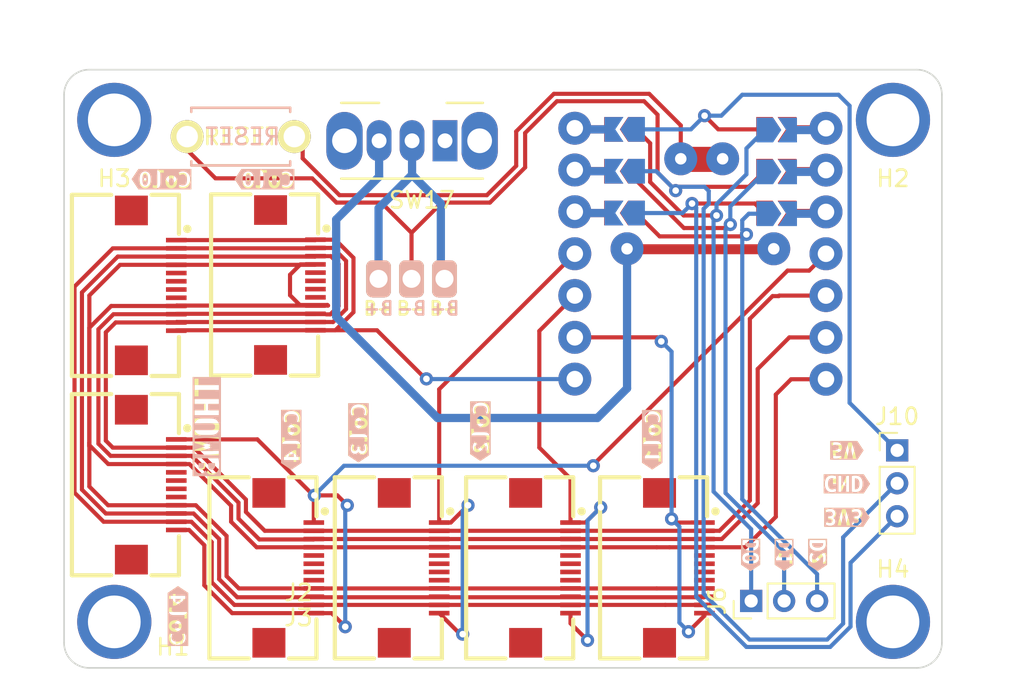
<source format=kicad_pcb>
(kicad_pcb (version 20221018) (generator pcbnew)
  (layers (0 "F.Cu" signal) (31 "B.Cu" signal) (34 "B.Paste" user) (35 "F.Paste" user) (36 "B.SilkS" user "B.Silkscreen") (37 "F.SilkS" user "F.Silkscreen") (38 "B.Mask" user) (39 "F.Mask" user) (44 "Edge.Cuts" user))
  (net 0 "")
  (net 1 "col2")
  (net 2 "row_0")
  (net 3 "row_1")
  (net 4 "row_2")
  (net 5 "col3")
  (net 6 "col0")
  (net 7 "col1")
  (net 8 "col4")
  (net 9 "D0")
  (net 10 "D1")
  (net 11 "D2")
  (net 12 "BAT+")
  (net 13 "GND")
  (net 14 "RST")
  (net 16 "+5V")
  (net 17 "+3V3")
  (net 18 "Pogo_BAT+")
  (footprint "Alaa:FPC-SMD_FPC05012-09200-.5mm-rev" (layer "F.Cu") (at 128.931 65.3 -90)
    (fp_text reference "J11" hide)
    (fp_text value "Conn_01x12_Socket" hide)
  )
  (footprint "Alaa:FPC-SMD_FPC05012-09200-.5mm-rev" (layer "F.Cu") (at 105.331 48.125 -90)
    (fp_text reference "J16" hide)
    (fp_text value "Conn_01x12_Socket" hide)
  )
  (footprint "kibuzzard-6399CBD2" (layer "F.Cu") (at 109.3 57.1 -90)
    (fp_text reference "kibuzzard-6399CBD2" hide)
    (fp_text value "G***" hide)
  )
  (footprint "kibuzzard-6399CBDB" (layer "F.Cu") (at 105.225 57.525 -90)
    (fp_text reference "kibuzzard-6399CBDB" hide)
    (fp_text value "G***" hide)
  )
  (footprint "kibuzzard-6399CBC9" (layer "F.Cu") (at 116.7 57 -90)
    (fp_text reference "kibuzzard-6399CBC9" hide)
    (fp_text value "G***" hide)
  )
  (footprint "Alaa:MountingHole_M3" (layer "F.Cu") (at 141.732 68.58)
    (fp_text reference "H4")
    (fp_text value "MountingHole_Pad")
  )
  (footprint "kibuzzard-6399DE15" (layer "F.Cu") (at 138.938 60.198)
    (fp_text reference "kibuzzard-6399DE15" hide)
    (fp_text value "G***" hide)
  )
  (footprint "kibuzzard-6399CC4D" (layer "F.Cu") (at 100.1 56.725 -90)
    (fp_text reference "kibuzzard-6399CC4D" hide)
    (fp_text value "G***" hide)
  )
  (footprint "Alaa:MountingHole_M3" (layer "F.Cu") (at 94.488 38.1)
    (fp_text reference "H3")
    (fp_text value "MountingHole_Pad")
  )
  (footprint "kibuzzard-6399CB9D" (layer "F.Cu") (at 97.35 41.7 180)
    (fp_text reference "kibuzzard-6399CB9D" hide)
    (fp_text value "G***" hide)
  )
  (footprint "Connector_PinHeader_2.00mm:PinHeader_1x03_P2.00mm_Vertical" (layer "F.Cu") (at 141.986 58.166)
    (fp_text reference "J10")
    (fp_text value "Conn_01x03_Female")
  )
  (footprint "Alaa:FPC-SMD_FPC05012-09200-.5mm-rev" (layer "F.Cu") (at 96.887 60.25 -90)
    (fp_text reference "J17" hide)
    (fp_text value "Conn_01x12_Socket" hide)
  )
  (footprint "Alaa:SW_CuK_OS102011MA1QN1_SPDT_Angled" (layer "F.Cu") (at 114.554 39.37 180)
    (fp_text reference "SW17")
    (fp_text value "SW_SPDT")
  )
  (footprint "Alaa:FPC-SMD_FPC05012-09200-.5mm-rev" (layer "F.Cu") (at 112.838 65.3 -90)
    (fp_text reference "J13" hide)
    (fp_text value "Conn_01x12_Socket" hide)
  )
  (footprint "Connector_PinHeader_2.00mm:PinHeader_1x03_P2.00mm_Vertical" (layer "F.Cu") (at 133.128 67.31 90)
    (fp_text reference "J6")
    (fp_text value "Conn_01x03_Female")
  )
  (footprint "kibuzzard-6399CBDB" (layer "F.Cu") (at 98.35 68.225 90)
    (fp_text reference "kibuzzard-6399CBDB" hide)
    (fp_text value "G***" hide)
  )
  (footprint "kibuzzard-6399DE28" (layer "F.Cu") (at 138.938 58.166)
    (fp_text reference "kibuzzard-6399DE28" hide)
    (fp_text value "G***" hide)
  )
  (footprint "kibuzzard-6399DE00" (layer "F.Cu") (at 138.938 62.23)
    (fp_text reference "kibuzzard-6399DE00" hide)
    (fp_text value "G***" hide)
  )
  (footprint "kibuzzard-6399C9C8" (layer "F.Cu") (at 135.128 64.516 -90)
    (fp_text reference "kibuzzard-6399C9C8" hide)
    (fp_text value "G***" hide)
  )
  (footprint "Alaa:ResetSW" (layer "F.Cu") (at 102.16 39.116)
    (fp_text reference "SW16" hide)
    (fp_text value "SW_Push")
  )
  (footprint "kibuzzard-6399CB9D" (layer "F.Cu") (at 103.6 41.7 180)
    (fp_text reference "kibuzzard-6399CB9D" hide)
    (fp_text value "G***" hide)
  )
  (footprint "Alaa:3JST_BAT" (layer "F.Cu") (at 112.522 47.752)
    (fp_text reference "J7" hide)
    (fp_text value "Conn_01x08_Female" hide)
  )
  (footprint "Alaa:FPC-SMD_FPC05012-09200-.5mm-rev" (layer "F.Cu") (at 96.887 48.15 -90)
    (fp_text reference "J15" hide)
    (fp_text value "Conn_01x12_Socket" hide)
  )
  (footprint "Alaa:MountingHole_M3" (layer "F.Cu") (at 94.488 68.58)
    (fp_text reference "H1")
    (fp_text value "MountingHole_Pad")
  )
  (footprint "kibuzzard-6399C9D6" (layer "F.Cu") (at 137.16 64.516 -90)
    (fp_text reference "kibuzzard-6399C9D6" hide)
    (fp_text value "G***" hide)
  )
  (footprint "kibuzzard-6399CBBA" (layer "F.Cu") (at 127.125 57.525 -90)
    (fp_text reference "kibuzzard-6399CBBA" hide)
    (fp_text value "G***" hide)
  )
  (footprint "Alaa:FPC-SMD_FPC05012-09200-.5mm-rev" (layer "F.Cu") (at 105.231 65.3 -90)
    (fp_text reference "J14" hide)
    (fp_text value "Conn_01x12_Socket" hide)
  )
  (footprint "Alaa:SeeeduinoXIAO-2.54-21X17.8MM" (layer "F.Cu") (at 130.048 46.228)
    (fp_text reference "U1" hide)
    (fp_text value "SeeeduinoXIAO_BLE" hide)
  )
  (footprint "Alaa:FPC-SMD_FPC05012-09200-.5mm-rev" (layer "F.Cu") (at 120.806 65.3 -90)
    (fp_text reference "J12" hide)
    (fp_text value "Conn_01x12_Socket" hide)
  )
  (footprint "Alaa:MountingHole_M3" (layer "F.Cu") (at 141.732 38.1)
    (fp_text reference "H2")
    (fp_text value "MountingHole_Pad")
  )
  (footprint "kibuzzard-6399C9B4" (layer "F.Cu") (at 133.096 64.516 -90)
    (fp_text reference "kibuzzard-6399C9B4" hide)
    (fp_text value "G***" hide)
  )
  (footprint "kibuzzard-6399CBDB" (layer "B.Cu") (at 98.35 68.225 90)
    (fp_text reference "kibuzzard-6399CBDB" hide)
    (fp_text value "G***" hide)
  )
  (footprint "kibuzzard-6399C9D6" (layer "B.Cu") (at 137.16 64.516 -90)
    (fp_text reference "kibuzzard-6399C9D6" hide)
    (fp_text value "G***" hide)
  )
  (footprint "kibuzzard-6399C9C8" (layer "B.Cu") (at 135.128 64.516 -90)
    (fp_text reference "kibuzzard-6399C9C8" hide)
    (fp_text value "G***" hide)
  )
  (footprint "kibuzzard-6399CBBA" (layer "B.Cu") (at 127.125 57.525 -90)
    (fp_text reference "kibuzzard-6399CBBA" hide)
    (fp_text value "G***" hide)
  )
  (footprint "kibuzzard-6399DE15" (layer "B.Cu") (at 138.938 60.198)
    (fp_text reference "kibuzzard-6399DE15" hide)
    (fp_text value "G***" hide)
  )
  (footprint "kibuzzard-6399DE28" (layer "B.Cu") (at 138.938 58.166)
    (fp_text reference "kibuzzard-6399DE28" hide)
    (fp_text value "G***" hide)
  )
  (footprint "kibuzzard-6399CBD2" (layer "B.Cu") (at 109.3 57.1 -90)
    (fp_text reference "kibuzzard-6399CBD2" hide)
    (fp_text value "G***" hide)
  )
  (footprint "kibuzzard-6399CBDB" (layer "B.Cu") (at 105.225 57.525 -90)
    (fp_text reference "kibuzzard-6399CBDB" hide)
    (fp_text value "G***" hide)
  )
  (footprint "kibuzzard-6399CC4D" (layer "B.Cu") (at 100.1 56.725 -90)
    (fp_text reference "kibuzzard-6399CC4D" hide)
    (fp_text value "G***" hide)
  )
  (footprint "kibuzzard-6399DE00" (layer "B.Cu") (at 138.938 62.23)
    (fp_text reference "kibuzzard-6399DE00" hide)
    (fp_text value "G***" hide)
  )
  (footprint "kibuzzard-6399CBC9" (layer "B.Cu") (at 116.7 57 -90)
    (fp_text reference "kibuzzard-6399CBC9" hide)
    (fp_text value "G***" hide)
  )
  (footprint "kibuzzard-6399C9B4" (layer "B.Cu") (at 133.096 64.516 -90)
    (fp_text reference "kibuzzard-6399C9B4" hide)
    (fp_text value "G***" hide)
  )
  (footprint "kibuzzard-6399CB9D" (layer "B.Cu") (at 103.6 41.7 180)
    (fp_text reference "kibuzzard-6399CB9D" hide)
    (fp_text value "G***" hide)
  )
  (footprint "kibuzzard-6399CB9D" (layer "B.Cu") (at 97.35 41.7 180)
    (fp_text reference "kibuzzard-6399CB9D" hide)
    (fp_text value "G***" hide)
  )
  (gr_arc (start 91.44 36.576) (mid 91.886369 35.498369) (end 92.964 35.052) (stroke (width 0.1)) (layer "Edge.Cuts"))
  (gr_line (start 143.176 71.374) (end 92.964 71.374) (stroke (width 0.1)) (layer "Edge.Cuts"))
  (gr_line (start 144.7 36.576) (end 144.7 69.85) (stroke (width 0.1)) (layer "Edge.Cuts"))
  (gr_arc (start 92.964 71.374) (mid 91.886369 70.927631) (end 91.44 69.85) (stroke (width 0.1)) (layer "Edge.Cuts"))
  (gr_arc (start 144.7 69.85) (mid 144.253631 70.927631) (end 143.176 71.374) (stroke (width 0.1)) (layer "Edge.Cuts"))
  (gr_line (start 92.964 35.052) (end 143.176 35.052) (stroke (width 0.1)) (layer "Edge.Cuts"))
  (gr_line (start 91.44 69.85) (end 91.44 36.576) (stroke (width 0.1)) (layer "Edge.Cuts"))
  (gr_arc (start 143.176 35.052) (mid 144.253631 35.498369) (end 144.7 36.576) (stroke (width 0.1)) (layer "Edge.Cuts"))
  (gr_text "J2" (at 105.664 66.802) (layer "F.SilkS") (effects (font (size 1 1))))
  (gr_text "J3" (at 105.664 68.326) (layer "F.SilkS") (effects (font (size 1 1))))
  (segment (start 122.428 48.765032) (end 120.275 50.918032) (width 0.25) (layer "F.Cu") (net 1))
  (segment (start 122.168 62.55) (end 123.075 62.55) (width 0.25) (layer "F.Cu") (net 1))
  (segment (start 123.075 62.55) (end 124 61.625) (width 0.25) (layer "F.Cu") (net 1))
  (segment (start 120.275 50.918032) (end 120.275 58) (width 0.25) (layer "F.Cu") (net 1))
  (segment (start 122.168 68.668) (end 123.2 69.7) (width 0.25) (layer "F.Cu") (net 1))
  (segment (start 120.275 58) (end 122.168 59.893) (width 0.25) (layer "F.Cu") (net 1))
  (segment (start 122.168 59.893) (end 122.168 62.55) (width 0.25) (layer "F.Cu") (net 1))
  (segment (start 122.168 68.05) (end 122.168 68.668) (width 0.25) (layer "F.Cu") (net 1))
  (via (at 123.2 69.7) (size 0.8) (drill 0.4) (layers "F.Cu" "B.Cu") (net 1))
  (via (at 124 61.625) (size 0.8) (drill 0.4) (layers "F.Cu" "B.Cu") (net 1))
  (segment (start 123.2 69.7) (end 123.2 62.425) (width 0.25) (layer "B.Cu") (net 1))
  (segment (start 123.2 62.425) (end 124 61.625) (width 0.25) (layer "B.Cu") (net 1))
  (segment (start 98.249 50.4) (end 94.572792 50.4) (width 0.25) (layer "F.Cu") (net 2))
  (segment (start 99.164 62.5) (end 98.249 62.5) (width 0.25) (layer "F.Cu") (net 2))
  (segment (start 127.925 67.55) (end 130.293 67.55) (width 0.25) (layer "F.Cu") (net 2))
  (segment (start 100.4 66.175) (end 100.4 63.736) (width 0.25) (layer "F.Cu") (net 2))
  (segment (start 107.764396 50.375) (end 106.693 50.375) (width 0.25) (layer "F.Cu") (net 2))
  (segment (start 131.208 63.05) (end 133.05 61.208) (width 0.25) (layer "F.Cu") (net 2))
  (segment (start 101.775 67.55) (end 100.4 66.175) (width 0.25) (layer "F.Cu") (net 2))
  (segment (start 100.4 63.736) (end 99.164 62.5) (width 0.25) (layer "F.Cu") (net 2))
  (segment (start 98.249 45.9) (end 94.4 45.9) (width 0.25) (layer "F.Cu") (net 2))
  (segment (start 134.83091 48.76909) (end 137.668 48.76909) (width 0.25) (layer "F.Cu") (net 2))
  (segment (start 106.693 45.875) (end 107.761396 45.875) (width 0.25) (layer "F.Cu") (net 2))
  (segment (start 134.8 48.8) (end 134.83091 48.76909) (width 0.25) (layer "F.Cu") (net 2))
  (segment (start 108.55 49.589396) (end 107.764396 50.375) (width 0.25) (layer "F.Cu") (net 2))
  (segment (start 93.838604 62.5) (end 98.249 62.5) (width 0.25) (layer "F.Cu") (net 2))
  (segment (start 133.05 61.208) (end 133.05 50.175) (width 0.25) (layer "F.Cu") (net 2))
  (segment (start 134.425 48.8) (end 134.8 48.8) (width 0.25) (layer "F.Cu") (net 2))
  (segment (start 98.274 50.375) (end 98.249 50.4) (width 0.25) (layer "F.Cu") (net 2))
  (segment (start 94.4 45.9) (end 92.075 48.225) (width 0.25) (layer "F.Cu") (net 2))
  (segment (start 98.249 45.9) (end 106.668 45.9) (width 0.25) (layer "F.Cu") (net 2))
  (segment (start 92.075 48.225) (end 92.075 60.736396) (width 0.25) (layer "F.Cu") (net 2))
  (segment (start 94.572792 50.4) (end 93.975 50.997792) (width 0.25) (layer "F.Cu") (net 2))
  (segment (start 92.075 60.736396) (end 93.838604 62.5) (width 0.25) (layer "F.Cu") (net 2))
  (segment (start 99.321396 58) (end 98.249 58) (width 0.25) (layer "F.Cu") (net 2))
  (segment (start 133.05 50.175) (end 134.425 48.8) (width 0.25) (layer "F.Cu") (net 2))
  (segment (start 93.975 50.997792) (end 93.975 57.577208) (width 0.25) (layer "F.Cu") (net 2))
  (segment (start 108.55 46.663604) (end 108.55 49.589396) (width 0.25) (layer "F.Cu") (net 2))
  (segment (start 103.619 63.05) (end 102.475 61.906) (width 0.25) (layer "F.Cu") (net 2))
  (segment (start 94.397792 58) (end 98.249 58) (width 0.25) (layer "F.Cu") (net 2))
  (segment (start 106.668 45.9) (end 106.693 45.875) (width 0.25) (layer "F.Cu") (net 2))
  (segment (start 102.475 61.906) (end 102.475 61.153604) (width 0.25) (layer "F.Cu") (net 2))
  (segment (start 127.925 67.55) (end 101.775 67.55) (width 0.25) (layer "F.Cu") (net 2))
  (segment (start 102.475 61.153604) (end 99.321396 58) (width 0.25) (layer "F.Cu") (net 2))
  (segment (start 131.208 63.05) (end 130.293 63.05) (width 0.25) (layer "F.Cu") (net 2))
  (segment (start 93.975 57.577208) (end 94.397792 58) (width 0.25) (layer "F.Cu") (net 2))
  (segment (start 107.761396 45.875) (end 108.55 46.663604) (width 0.25) (layer "F.Cu") (net 2))
  (segment (start 122.168 63.05) (end 106.593 63.05) (width 0.25) (layer "F.Cu") (net 2))
  (segment (start 106.693 50.375) (end 98.274 50.375) (width 0.25) (layer "F.Cu") (net 2))
  (segment (start 130.293 63.05) (end 122.168 63.05) (width 0.25) (layer "F.Cu") (net 2))
  (segment (start 106.593 63.05) (end 103.619 63.05) (width 0.25) (layer "F.Cu") (net 2))
  (segment (start 108.1 46.85) (end 108.1 49.403) (width 0.25) (layer "F.Cu") (net 3))
  (segment (start 103.286396 63.575) (end 102.025 62.313604) (width 0.25) (layer "F.Cu") (net 3))
  (segment (start 94.261396 58.5) (end 98.249 58.5) (width 0.25) (layer "F.Cu") (net 3))
  (segment (start 106.668 46.4) (end 106.693 46.375) (width 0.25) (layer "F.Cu") (net 3))
  (segment (start 92.525 60.55) (end 92.525 48.575) (width 0.25) (layer "F.Cu") (net 3))
  (segment (start 93.525 50.811396) (end 93.525 57.763604) (width 0.25) (layer "F.Cu") (net 3))
  (segment (start 94.7 46.4) (end 98.249 46.4) (width 0.25) (layer "F.Cu") (net 3))
  (segment (start 102.025 62.313604) (end 102.025 61.34) (width 0.25) (layer "F.Cu") (net 3))
  (segment (start 106.693 46.375) (end 107.625 46.375) (width 0.25) (layer "F.Cu") (net 3))
  (segment (start 93.975 62) (end 92.525 60.55) (width 0.25) (layer "F.Cu") (net 3))
  (segment (start 135.44091 51.30909) (end 137.668 51.30909) (width 0.25) (layer "F.Cu") (net 3))
  (segment (start 98.249 62) (end 93.975 62) (width 0.25) (layer "F.Cu") (net 3))
  (segment (start 98.249 49.9) (end 94.436396 49.9) (width 0.25) (layer "F.Cu") (net 3))
  (segment (start 94.436396 49.9) (end 93.525 50.811396) (width 0.25) (layer "F.Cu") (net 3))
  (segment (start 106.568 63.575) (end 103.286396 63.575) (width 0.25) (layer "F.Cu") (net 3))
  (segment (start 133.525 61.369396) (end 133.525 53.225) (width 0.25) (layer "F.Cu") (net 3))
  (segment (start 130.258 67.085) (end 101.946396 67.085) (width 0.25) (layer "F.Cu") (net 3))
  (segment (start 100.85 63.549604) (end 99.300396 62) (width 0.25) (layer "F.Cu") (net 3))
  (segment (start 92.525 48.575) (end 94.7 46.4) (width 0.25) (layer "F.Cu") (net 3))
  (segment (start 106.593 63.55) (end 106.568 63.575) (width 0.25) (layer "F.Cu") (net 3))
  (segment (start 99.300396 62) (end 98.249 62) (width 0.25) (layer "F.Cu") (net 3))
  (segment (start 130.293 67.05) (end 130.258 67.085) (width 0.25) (layer "F.Cu") (net 3))
  (segment (start 101.946396 67.085) (end 100.85 65.988604) (width 0.25) (layer "F.Cu") (net 3))
  (segment (start 107.625 46.375) (end 108.1 46.85) (width 0.25) (layer "F.Cu") (net 3))
  (segment (start 98.274 49.875) (end 98.249 49.9) (width 0.25) (layer "F.Cu") (net 3))
  (segment (start 102.025 61.34) (end 99.185 58.5) (width 0.25) (layer "F.Cu") (net 3))
  (segment (start 107.593 49.91) (end 107.35 49.91) (width 0.25) (layer "F.Cu") (net 3))
  (segment (start 130.293 63.55) (end 122.168 63.55) (width 0.25) (layer "F.Cu") (net 3))
  (segment (start 100.85 65.988604) (end 100.85 63.549604) (width 0.25) (layer "F.Cu") (net 3))
  (segment (start 122.168 63.55) (end 106.593 63.55) (width 0.25) (layer "F.Cu") (net 3))
  (segment (start 130.293 63.55) (end 131.344396 63.55) (width 0.25) (layer "F.Cu") (net 3))
  (segment (start 106.693 49.875) (end 98.274 49.875) (width 0.25) (layer "F.Cu") (net 3))
  (segment (start 133.525 53.225) (end 135.44091 51.30909) (width 0.25) (layer "F.Cu") (net 3))
  (segment (start 98.249 46.4) (end 106.668 46.4) (width 0.25) (layer "F.Cu") (net 3))
  (segment (start 131.344396 63.55) (end 133.525 61.369396) (width 0.25) (layer "F.Cu") (net 3))
  (segment (start 99.185 58.5) (end 98.249 58.5) (width 0.25) (layer "F.Cu") (net 3))
  (segment (start 108.1 49.403) (end 107.593 49.91) (width 0.25) (layer "F.Cu") (net 3))
  (segment (start 93.525 57.763604) (end 94.261396 58.5) (width 0.25) (layer "F.Cu") (net 3))
  (segment (start 107.456604 49.375) (end 106.693 49.375) (width 0.25) (layer "F.Cu") (net 4))
  (segment (start 92.975 57.7) (end 92.975 57.85) (width 0.25) (layer "F.Cu") (net 4))
  (segment (start 106.668 46.9) (end 106.693 46.875) (width 0.25) (layer "F.Cu") (net 4))
  (segment (start 130.293 64.05) (end 132.775 64.05) (width 0.25) (layer "F.Cu") (net 4))
  (segment (start 105.743 49.34) (end 107.421604 49.34) (width 0.25) (layer "F.Cu") (net 4))
  (segment (start 134.625 62.2) (end 134.625 54.775) (width 0.25) (layer "F.Cu") (net 4))
  (segment (start 92.975 57.7) (end 92.975 57.925) (width 0.25) (layer "F.Cu") (net 4))
  (segment (start 94.125 59) (end 98.249 59) (width 0.25) (layer "F.Cu") (net 4))
  (segment (start 94.836396 46.9) (end 92.975 48.761396) (width 0.25) (layer "F.Cu") (net 4))
  (segment (start 99.048604 59) (end 98.249 59) (width 0.25) (layer "F.Cu") (net 4))
  (segment (start 94.3 49.4) (end 92.975 50.725) (width 0.25) (layer "F.Cu") (net 4))
  (segment (start 92.975 50.725) (end 92.975 57.7) (width 0.25) (layer "F.Cu") (net 4))
  (segment (start 101.3 63.363208) (end 101.3 65.802208) (width 0.25) (layer "F.Cu") (net 4))
  (segment (start 127.4 66.55) (end 130.293 66.55) (width 0.25) (layer "F.Cu") (net 4))
  (segment (start 94.111396 61.5) (end 98.249 61.5) (width 0.25) (layer "F.Cu") (net 4))
  (segment (start 101.575 61.526396) (end 99.048604 59) (width 0.25) (layer "F.Cu") (net 4))
  (segment (start 98.249 46.9) (end 94.836396 46.9) (width 0.25) (layer "F.Cu") (net 4))
  (segment (start 102.047792 66.55) (end 106.593 66.55) (width 0.25) (layer "F.Cu") (net 4))
  (segment (start 99.436792 61.5) (end 101.3 63.363208) (width 0.25) (layer "F.Cu") (net 4))
  (segment (start 107.421604 49.34) (end 107.456604 49.375) (width 0.25) (layer "F.Cu") (net 4))
  (segment (start 128.175 64.05) (end 130.293 64.05) (width 0.25) (layer "F.Cu") (net 4))
  (segment (start 127.4 64.05) (end 128.175 64.05) (width 0.25) (layer "F.Cu") (net 4))
  (segment (start 103.125 64.05) (end 101.575 62.5) (width 0.25) (layer "F.Cu") (net 4))
  (segment (start 105.15 47.503) (end 105.15 48.747) (width 0.25) (layer "F.Cu") (net 4))
  (segment (start 92.975 57.925) (end 92.975 60.363604) (width 0.25) (layer "F.Cu") (net 4))
  (segment (start 98.274 49.375) (end 98.249 49.4) (width 0.25) (layer "F.Cu") (net 4))
  (segment (start 92.975 48.761396) (end 92.975 57.925) (width 0.25) (layer "F.Cu") (net 4))
  (segment (start 132.775 64.05) (end 134.625 62.2) (width 0.25) (layer "F.Cu") (net 4))
  (segment (start 106.693 49.375) (end 98.274 49.375) (width 0.25) (layer "F.Cu") (net 4))
  (segment (start 98.249 46.9) (end 106.668 46.9) (width 0.25) (layer "F.Cu") (net 4))
  (segment (start 106.593 66.55) (end 127.4 66.55) (width 0.25) (layer "F.Cu") (net 4))
  (segment (start 92.975 57.85) (end 94.125 59) (width 0.25) (layer "F.Cu") (net 4))
  (segment (start 101.575 62.5) (end 101.575 61.526396) (width 0.25) (layer "F.Cu") (net 4))
  (segment (start 122.168 64.05) (end 106.593 64.05) (width 0.25) (layer "F.Cu") (net 4))
  (segment (start 105.15 48.747) (end 105.743 49.34) (width 0.25) (layer "F.Cu") (net 4))
  (segment (start 106.593 64.05) (end 103.125 64.05) (width 0.25) (layer "F.Cu") (net 4))
  (segment (start 106.693 46.875) (end 105.778 46.875) (width 0.25) (layer "F.Cu") (net 4))
  (segment (start 105.778 46.875) (end 105.15 47.503) (width 0.25) (layer "F.Cu") (net 4))
  (segment (start 135.55091 53.84909) (end 137.668 53.84909) (width 0.25) (layer "F.Cu") (net 4))
  (segment (start 134.625 54.775) (end 135.55091 53.84909) (width 0.25) (layer "F.Cu") (net 4))
  (segment (start 101.3 65.802208) (end 102.047792 66.55) (width 0.25) (layer "F.Cu") (net 4))
  (segment (start 98.249 61.5) (end 99.436792 61.5) (width 0.25) (layer "F.Cu") (net 4))
  (segment (start 92.975 60.363604) (end 94.111396 61.5) (width 0.25) (layer "F.Cu") (net 4))
  (segment (start 98.249 49.4) (end 94.3 49.4) (width 0.25) (layer "F.Cu") (net 4))
  (segment (start 122.168 64.05) (end 127.4 64.05) (width 0.25) (layer "F.Cu") (net 4))
  (segment (start 114.2 54.45491) (end 114.2 62.55) (width 0.25) (layer "F.Cu") (net 5))
  (segment (start 122.428 46.22691) (end 114.2 54.45491) (width 0.25) (layer "F.Cu") (net 5))
  (segment (start 114.2 62.55) (end 114.9 62.55) (width 0.25) (layer "F.Cu") (net 5))
  (segment (start 115.475 69.325) (end 115.625 69.325) (width 0.25) (layer "F.Cu") (net 5))
  (segment (start 114.9 62.55) (end 115.95 61.5) (width 0.25) (layer "F.Cu") (net 5))
  (segment (start 114.2 68.05) (end 115.475 69.325) (width 0.25) (layer "F.Cu") (net 5))
  (via (at 115.625 69.325) (size 0.8) (drill 0.4) (layers "F.Cu" "B.Cu") (net 5))
  (via (at 115.95 61.5) (size 0.8) (drill 0.4) (layers "F.Cu" "B.Cu") (net 5))
  (segment (start 115.625 61.825) (end 115.95 61.5) (width 0.25) (layer "B.Cu") (net 5))
  (segment (start 115.625 69.325) (end 115.625 61.825) (width 0.25) (layer "B.Cu") (net 5))
  (segment (start 107.900792 50.875) (end 106.693 50.875) (width 0.25) (layer "F.Cu") (net 6))
  (segment (start 106.668 45.4) (end 106.693 45.375) (width 0.25) (layer "F.Cu") (net 6))
  (segment (start 106.693 45.375) (end 107.897792 45.375) (width 0.25) (layer "F.Cu") (net 6))
  (segment (start 109 49.775792) (end 107.900792 50.875) (width 0.25) (layer "F.Cu") (net 6))
  (segment (start 110.425 50.875) (end 108.525 50.875) (width 0.25) (layer "F.Cu") (net 6))
  (segment (start 106.693 50.875) (end 98.274 50.875) (width 0.25) (layer "F.Cu") (net 6))
  (segment (start 98.274 50.875) (end 98.249 50.9) (width 0.25) (layer "F.Cu") (net 6))
  (segment (start 113.389229 53.839229) (end 110.425 50.875) (width 0.25) (layer "F.Cu") (net 6))
  (segment (start 98.249 45.4) (end 106.668 45.4) (width 0.25) (layer "F.Cu") (net 6))
  (segment (start 108.525 50.875) (end 106.693 50.875) (width 0.25) (layer "F.Cu") (net 6))
  (segment (start 109 46.477208) (end 109 49.775792) (width 0.25) (layer "F.Cu") (net 6))
  (segment (start 107.897792 45.375) (end 109 46.477208) (width 0.25) (layer "F.Cu") (net 6))
  (via (at 113.425 53.825) (size 0.8) (drill 0.4) (layers "F.Cu" "B.Cu") (net 6))
  (segment (start 122.428 53.839229) (end 113.439229 53.839229) (width 0.25) (layer "B.Cu") (net 6))
  (segment (start 113.439229 53.839229) (end 113.425 53.825) (width 0.25) (layer "B.Cu") (net 6))
  (segment (start 128.3 62.3255) (end 128.5245 62.55) (width 0.25) (layer "F.Cu") (net 7))
  (segment (start 127.675 51.55) (end 127.429474 51.304474) (width 0.25) (layer "F.Cu") (net 7))
  (segment (start 127.429474 51.304474) (end 122.428 51.304474) (width 0.25) (layer "F.Cu") (net 7))
  (segment (start 128.5245 62.55) (end 129.5 62.55) (width 0.25) (layer "F.Cu") (net 7))
  (segment (start 130.293 68.05) (end 130.293 68.207) (width 0.25) (layer "F.Cu") (net 7))
  (segment (start 129.5 62.55) (end 130.2 62.55) (width 0.25) (layer "F.Cu") (net 7))
  (segment (start 129.5 62.55) (end 130.293 62.55) (width 0.25) (layer "F.Cu") (net 7))
  (segment (start 130.293 68.207) (end 129.325 69.175) (width 0.25) (layer "F.Cu") (net 7))
  (via (at 128.3 62.3255) (size 0.8) (drill 0.4) (layers "F.Cu" "B.Cu") (net 7))
  (via (at 129.325 69.175) (size 0.8) (drill 0.4) (layers "F.Cu" "B.Cu") (net 7))
  (via (at 127.675 51.55) (size 0.8) (drill 0.4) (layers "F.Cu" "B.Cu") (net 7))
  (segment (start 128.3 62.3255) (end 128.3 52.175) (width 0.25) (layer "B.Cu") (net 7))
  (segment (start 128.775 62.8005) (end 128.775 68.625) (width 0.25) (layer "B.Cu") (net 7))
  (segment (start 128.775 68.625) (end 129.325 69.175) (width 0.25) (layer "B.Cu") (net 7))
  (segment (start 128.3 52.175) (end 127.675 51.55) (width 0.25) (layer "B.Cu") (net 7))
  (segment (start 128.3 62.3255) (end 128.775 62.8005) (width 0.25) (layer "B.Cu") (net 7))
  (segment (start 99.027604 63) (end 99.95 63.922396) (width 0.25) (layer "F.Cu") (net 8))
  (segment (start 106.625 60.9) (end 108.025 60.9) (width 0.25) (layer "F.Cu") (net 8))
  (segment (start 106.593 60.924) (end 106.593 62.55) (width 0.25) (layer "F.Cu") (net 8))
  (segment (start 98.249 57.5) (end 103.169 57.5) (width 0.25) (layer "F.Cu") (net 8))
  (segment (start 137.668 46.22909) (end 136.64518 47.25191) (width 0.25) (layer "F.Cu") (net 8))
  (segment (start 135.336694 47.25191) (end 123.55 59.038604) (width 0.25) (layer "F.Cu") (net 8))
  (segment (start 123.55 59.038604) (end 123.55 59.1) (width 0.25) (layer "F.Cu") (net 8))
  (segment (start 98.249 63) (end 99.027604 63) (width 0.25) (layer "F.Cu") (net 8))
  (segment (start 107.675 68.05) (end 108.5 68.875) (width 0.25) (layer "F.Cu") (net 8))
  (segment (start 108.025 60.9) (end 108.625 61.5) (width 0.25) (layer "F.Cu") (net 8))
  (segment (start 99.95 63.922396) (end 99.95 66.361396) (width 0.25) (layer "F.Cu") (net 8))
  (segment (start 136.64518 47.25191) (end 135.336694 47.25191) (width 0.25) (layer "F.Cu") (net 8))
  (segment (start 101.638604 68.05) (end 106.593 68.05) (width 0.25) (layer "F.Cu") (net 8))
  (segment (start 106.593 68.05) (end 107.675 68.05) (width 0.25) (layer "F.Cu") (net 8))
  (segment (start 99.95 66.361396) (end 101.638604 68.05) (width 0.25) (layer "F.Cu") (net 8))
  (segment (start 103.169 57.5) (end 106.593 60.924) (width 0.25) (layer "F.Cu") (net 8))
  (via (at 108.625 61.5) (size 0.8) (drill 0.4) (layers "F.Cu" "B.Cu") (net 8))
  (via (at 108.5 68.875) (size 0.8) (drill 0.4) (layers "F.Cu" "B.Cu") (net 8))
  (via (at 106.625 60.9) (size 0.8) (drill 0.4) (layers "F.Cu" "B.Cu") (net 8))
  (via (at 123.55 59.1) (size 0.8) (drill 0.4) (layers "F.Cu" "B.Cu") (net 8))
  (segment (start 108.5 68.875) (end 108.5 61.725) (width 0.25) (layer "B.Cu") (net 8))
  (segment (start 108.5 61.725) (end 108.625 61.6) (width 0.25) (layer "B.Cu") (net 8))
  (segment (start 108.625 61.6) (end 108.625 61.5) (width 0.25) (layer "B.Cu") (net 8))
  (segment (start 108.625 61.5) (end 108.725 61.5) (width 0.25) (layer "B.Cu") (net 8))
  (segment (start 108.425 59.1) (end 106.625 60.9) (width 0.25) (layer "B.Cu") (net 8))
  (segment (start 108.725 61.5) (end 108.625 61.6) (width 0.25) (layer "B.Cu") (net 8))
  (segment (start 123.55 59.1) (end 108.425 59.1) (width 0.25) (layer "B.Cu") (net 8))
  (segment (start 131.025992 43.9045) (end 129.03231 43.9045) (width 0.25) (layer "F.Cu") (net 9))
  (segment (start 129.03231 43.9045) (end 127 41.87219) (width 0.25) (layer "F.Cu") (net 9))
  (segment (start 127 39.51891) (end 126.158 38.67691) (width 0.25) (layer "F.Cu") (net 9))
  (segment (start 127 41.87219) (end 127 39.51891) (width 0.25) (layer "F.Cu") (net 9))
  (via (at 131.025992 43.9045) (size 0.8) (drill 0.4) (layers "F.Cu" "B.Cu") (net 9))
  (segment (start 132.842 41.402) (end 132.842 39.83291) (width 0.25) (layer "B.Cu") (net 9))
  (segment (start 131.025992 43.9045) (end 130.847489 44.083003) (width 0.25) (layer "B.Cu") (net 9))
  (segment (start 131.025992 43.218008) (end 132.842 41.402) (width 0.25) (layer "B.Cu") (net 9))
  (segment (start 131.025992 43.9045) (end 131.025992 43.218008) (width 0.25) (layer "B.Cu") (net 9))
  (segment (start 130.847489 60.670281) (end 133.128 62.950792) (width 0.25) (layer "B.Cu") (net 9))
  (segment (start 130.847489 44.083003) (end 130.847489 60.670281) (width 0.25) (layer "B.Cu") (net 9))
  (segment (start 133.128 62.950792) (end 133.128 67.31) (width 0.25) (layer "B.Cu") (net 9))
  (segment (start 132.842 39.83291) (end 133.958 38.71691) (width 0.25) (layer "B.Cu") (net 9))
  (segment (start 131.8635 44.450011) (end 131.647 44.666511) (width 0.25) (layer "F.Cu") (net 10))
  (segment (start 126.158 41.777455) (end 126.158 41.21691) (width 0.25) (layer "F.Cu") (net 10))
  (segment (start 131.647 44.666511) (end 129.047056 44.666511) (width 0.25) (layer "F.Cu") (net 10))
  (segment (start 129.047056 44.666511) (end 126.158 41.777455) (width 0.25) (layer "F.Cu") (net 10))
  (via (at 131.8635 44.450011) (size 0.8) (drill 0.4) (layers "F.Cu" "B.Cu") (net 10))
  (segment (start 131.8635 43.35141) (end 133.958 41.25691) (width 0.25) (layer "B.Cu") (net 10))
  (segment (start 131.8635 44.450011) (end 131.572 44.741511) (width 0.25) (layer "B.Cu") (net 10))
  (segment (start 131.572 44.741511) (end 131.572 60.758396) (width 0.25) (layer "B.Cu") (net 10))
  (segment (start 131.8635 44.450011) (end 131.8635 43.35141) (width 0.25) (layer "B.Cu") (net 10))
  (segment (start 131.572 60.758396) (end 135.128 64.314396) (width 0.25) (layer "B.Cu") (net 10))
  (segment (start 135.128 64.314396) (end 135.128 67.31) (width 0.25) (layer "B.Cu") (net 10))
  (segment (start 132.719987 45.174511) (end 127.575601 45.174511) (width 0.25) (layer "F.Cu") (net 11))
  (segment (start 132.842 45.052498) (end 132.719987 45.174511) (width 0.25) (layer "F.Cu") (net 11))
  (segment (start 127.575601 45.174511) (end 126.158 43.75691) (width 0.25) (layer "F.Cu") (net 11))
  (via (at 132.842 45.052498) (size 0.8) (drill 0.4) (layers "F.Cu" "B.Cu") (net 11))
  (segment (start 132.588 61.138) (end 137.128 65.678) (width 0.25) (layer "B.Cu") (net 11))
  (segment (start 132.588 45.306498) (end 132.588 61.138) (width 0.25) (layer "B.Cu") (net 11))
  (segment (start 137.128 65.678) (end 137.128 67.31) (width 0.25) (layer "B.Cu") (net 11))
  (segment (start 132.842 45.052498) (end 132.588 45.306498) (width 0.25) (layer "B.Cu") (net 11))
  (segment (start 132.588 44.196) (end 132.98709 43.79691) (width 0.25) (layer "B.Cu") (net 11))
  (segment (start 132.98709 43.79691) (end 133.958 43.79691) (width 0.25) (layer "B.Cu") (net 11))
  (segment (start 132.842 45.052498) (end 132.588 44.798498) (width 0.25) (layer "B.Cu") (net 11))
  (segment (start 132.588 44.798498) (end 132.588 44.196) (width 0.25) (layer "B.Cu") (net 11))
  (segment (start 112.554 41.434) (end 110.522 43.466) (width 0.5) (layer "B.Cu") (net 12))
  (segment (start 112.554 39.37) (end 112.554 41.434) (width 0.5) (layer "B.Cu") (net 12))
  (segment (start 110.522 43.466) (end 110.522 47.752) (width 0.5) (layer "B.Cu") (net 12))
  (segment (start 114.3 43.18) (end 114.3 47.53) (width 0.5) (layer "B.Cu") (net 12))
  (segment (start 114.3 47.53) (end 114.522 47.752) (width 0.5) (layer "B.Cu") (net 12))
  (segment (start 112.554 41.434) (end 114.3 43.18) (width 0.5) (layer "B.Cu") (net 12))
  (segment (start 121.344198 36.96704) (end 119.414619 38.896619) (width 0.25) (layer "F.Cu") (net 13))
  (segment (start 127.44952 37.78752) (end 126.62904 36.96704) (width 0.25) (layer "F.Cu") (net 13))
  (segment (start 110.686 43.122) (end 107.965604 43.122) (width 0.25) (layer "F.Cu") (net 13))
  (segment (start 98.91 39.93) (end 98.91 39.116) (width 0.25) (layer "F.Cu") (net 13))
  (segment (start 107.965604 43.122) (end 106.493604 41.65) (width 0.25) (layer "F.Cu") (net 13))
  (segment (start 112.522 44.958) (end 112.522 47.752) (width 0.25) (layer "F.Cu") (net 13))
  (segment (start 127.44952 41.297112) (end 127.44952 37.78752) (width 0.25) (layer "F.Cu") (net 13))
  (segment (start 112.522 44.958) (end 110.686 43.122) (width 0.25) (layer "F.Cu") (net 13))
  (segment (start 119.414619 38.896619) (end 119.414619 40.987098) (width 0.25) (layer "F.Cu") (net 13))
  (segment (start 128.547204 42.394796) (end 128.778 42.164) (width 0.25) (layer "F.Cu") (net 13))
  (segment (start 106.493604 41.65) (end 100.63 41.65) (width 0.25) (layer "F.Cu") (net 13))
  (segment (start 100.63 41.65) (end 98.91 39.93) (width 0.25) (layer "F.Cu") (net 13))
  (segment (start 126.62904 36.96704) (end 121.344198 36.96704) (width 0.25) (layer "F.Cu") (net 13))
  (segment (start 128.547204 42.394796) (end 127.44952 41.297112) (width 0.25) (layer "F.Cu") (net 13))
  (segment (start 128.778 42.164) (end 132.98591 42.164) (width 0.25) (layer "F.Cu") (net 13))
  (segment (start 117.280197 43.12152) (end 114.35848 43.12152) (width 0.25) (layer "F.Cu") (net 13))
  (segment (start 132.98591 42.164) (end 133.933 41.21691) (width 0.25) (layer "F.Cu") (net 13))
  (segment (start 114.35848 43.12152) (end 112.522 44.958) (width 0.25) (layer "F.Cu") (net 13))
  (segment (start 119.414619 40.987098) (end 117.280197 43.12152) (width 0.25) (layer "F.Cu") (net 13))
  (via (at 128.547204 42.394796) (size 0.8) (drill 0.4) (layers "F.Cu" "B.Cu") (net 13))
  (segment (start 133.028198 69.65448) (end 137.735802 69.65448) (width 0.25) (layer "B.Cu") (net 13))
  (segment (start 128.547204 42.394796) (end 127.369318 41.21691) (width 0.25) (layer "B.Cu") (net 13))
  (segment (start 130.24352 43.501094) (end 130.24352 66.869802) (width 0.25) (layer "B.Cu") (net 13))
  (segment (start 130.556 42.418) (end 130.556 43.188614) (width 0.25) (layer "B.Cu") (net 13))
  (segment (start 127.369318 41.21691) (end 126.183 41.21691) (width 0.25) (layer "B.Cu") (net 13))
  (segment (start 128.778 42.164) (end 130.302 42.164) (width 0.25) (layer "B.Cu") (net 13))
  (segment (start 137.735802 69.65448) (end 138.707969 68.682313) (width 0.25) (layer "B.Cu") (net 13))
  (segment (start 138.707969 63.444031) (end 141.986 60.166) (width 0.25) (layer "B.Cu") (net 13))
  (segment (start 138.707969 68.682313) (end 138.707969 63.444031) (width 0.25) (layer "B.Cu") (net 13))
  (segment (start 130.302 42.164) (end 130.556 42.418) (width 0.25) (layer "B.Cu") (net 13))
  (segment (start 130.556 43.188614) (end 130.24352 43.501094) (width 0.25) (layer "B.Cu") (net 13))
  (segment (start 130.24352 66.869802) (end 133.028198 69.65448) (width 0.25) (layer "B.Cu") (net 13))
  (segment (start 128.547204 42.394796) (end 128.778 42.164) (width 0.25) (layer "B.Cu") (net 13))
  (segment (start 118.872 40.894) (end 117.094 42.672) (width 0.25) (layer "F.Cu") (net 14))
  (segment (start 128.856803 40.462723) (end 128.856803 38.432803) (width 0.25) (layer "F.Cu") (net 14))
  (segment (start 128.856803 38.432803) (end 126.94152 36.51752) (width 0.25) (layer "F.Cu") (net 14))
  (segment (start 126.94152 36.51752) (end 121.158 36.51752) (width 0.25) (layer "F.Cu") (net 14))
  (segment (start 118.872 38.80352) (end 118.872 40.894) (width 0.25) (layer "F.Cu") (net 14))
  (segment (start 117.094 42.672) (end 108.152 42.672) (width 0.25) (layer "F.Cu") (net 14))
  (segment (start 108.152 42.672) (end 105.918 40.438) (width 0.25) (layer "F.Cu") (net 14))
  (segment (start 105.918 40.438) (end 105.918 39.37) (width 0.25) (layer "F.Cu") (net 14))
  (segment (start 121.158 36.51752) (end 118.872 38.80352) (width 0.25) (layer "F.Cu") (net 14))
  (segment (start 131.13291 38.67691) (end 133.933 38.67691) (width 0.25) (layer "F.Cu") (net 16))
  (segment (start 130.302 37.846) (end 131.13291 38.67691) (width 0.25) (layer "F.Cu") (net 16))
  (via (at 130.302 37.846) (size 0.8) (drill 0.4) (layers "F.Cu" "B.Cu") (net 16))
  (segment (start 132.588 36.576) (end 138.43 36.576) (width 0.25) (layer "B.Cu") (net 16))
  (segment (start 131.318 37.846) (end 132.588 36.576) (width 0.25) (layer "B.Cu") (net 16))
  (segment (start 130.302 37.846) (end 129.47109 38.67691) (width 0.25) (layer "B.Cu") (net 16))
  (segment (start 129.47109 38.67691) (end 126.183 38.67691) (width 0.25) (layer "B.Cu") (net 16))
  (segment (start 130.302 37.846) (end 131.318 37.846) (width 0.25) (layer "B.Cu") (net 16))
  (segment (start 139.1 55.28) (end 141.986 58.166) (width 0.25) (layer "B.Cu") (net 16))
  (segment (start 139.1 37.246) (end 139.1 55.28) (width 0.25) (layer "B.Cu") (net 16))
  (segment (start 138.43 36.576) (end 139.1 37.246) (width 0.25) (layer "B.Cu") (net 16))
  (segment (start 129.54 43.18) (end 133.35609 43.18) (width 0.25) (layer "F.Cu") (net 17))
  (segment (start 133.35609 43.18) (end 133.933 43.75691) (width 0.25) (layer "F.Cu") (net 17))
  (via (at 129.54 43.18) (size 0.8) (drill 0.4) (layers "F.Cu" "B.Cu") (net 17))
  (segment (start 129.54 43.18) (end 129.794 43.434) (width 0.25) (layer "B.Cu") (net 17))
  (segment (start 129.794 43.434) (end 129.794 67.056) (width 0.25) (layer "B.Cu") (net 17))
  (segment (start 129.794 67.056) (end 132.842 70.104) (width 0.25) (layer "B.Cu") (net 17))
  (segment (start 128.96309 43.75691) (end 126.183 43.75691) (width 0.25) (layer "B.Cu") (net 17))
  (segment (start 132.842 70.104) (end 137.922 70.104) (width 0.25) (layer "B.Cu") (net 17))
  (segment (start 139.157489 64.994511) (end 141.986 62.166) (width 0.25) (layer "B.Cu") (net 17))
  (segment (start 129.54 43.18) (end 128.96309 43.75691) (width 0.25) (layer "B.Cu") (net 17))
  (segment (start 139.157489 68.868511) (end 139.157489 64.994511) (width 0.25) (layer "B.Cu") (net 17))
  (segment (start 137.922 70.104) (end 139.157489 68.868511) (width 0.25) (layer "B.Cu") (net 17))
  (segment (start 110.554 41.546) (end 110.554 39.37) (width 0.5) (layer "B.Cu") (net 18))
  (segment (start 125.598 54.402) (end 123.8 56.2) (width 0.5) (layer "B.Cu") (net 18))
  (segment (start 114.1 56.2) (end 107.95 50.05) (width 0.5) (layer "B.Cu") (net 18))
  (segment (start 125.598 45.92691) (end 125.598 54.402) (width 0.5) (layer "B.Cu") (net 18))
  (segment (start 123.8 56.2) (end 114.1 56.2) (width 0.5) (layer "B.Cu") (net 18))
  (segment (start 107.95 44.15) (end 110.554 41.546) (width 0.5) (layer "B.Cu") (net 18))
  (segment (start 107.95 50.05) (end 107.95 44.15) (width 0.5) (layer "B.Cu") (net 18))
)
</source>
